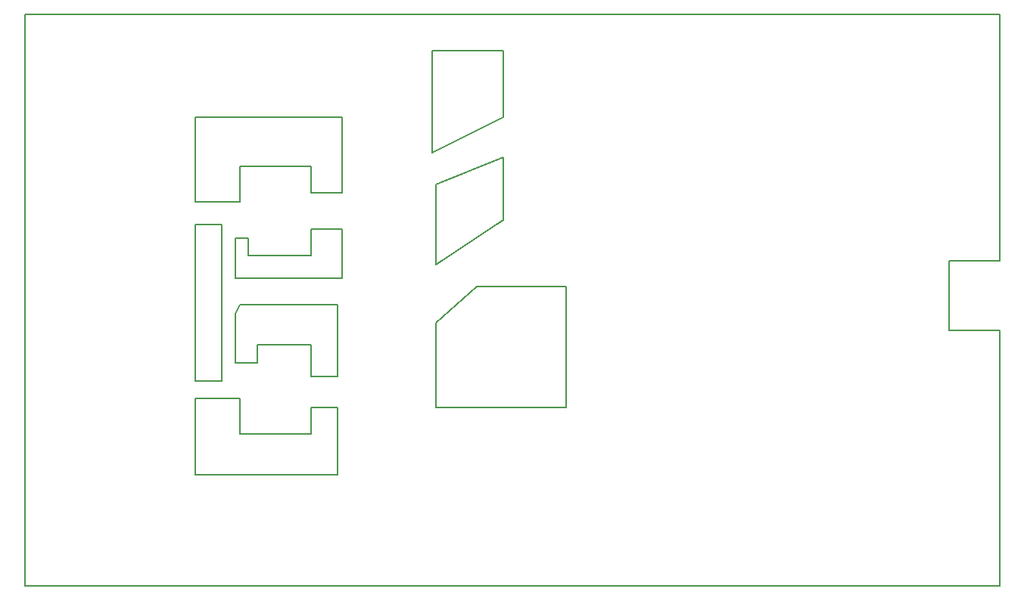
<source format=gbr>
G04 (created by PCBNEW (2013-07-07 BZR 4022)-stable) date 06/12/2014 00:31:43*
%MOIN*%
G04 Gerber Fmt 3.4, Leading zero omitted, Abs format*
%FSLAX34Y34*%
G01*
G70*
G90*
G04 APERTURE LIST*
%ADD10C,0.00590551*%
G04 APERTURE END LIST*
G54D10*
X61614Y-75787D02*
X61614Y-70472D01*
X55905Y-75787D02*
X61614Y-75787D01*
X55905Y-72047D02*
X55905Y-75787D01*
X57677Y-70472D02*
X55905Y-72047D01*
X61614Y-70472D02*
X57677Y-70472D01*
X55905Y-69488D02*
X55905Y-65944D01*
X58858Y-67519D02*
X55905Y-69488D01*
X58858Y-64763D02*
X58858Y-67519D01*
X55905Y-65944D02*
X58858Y-64763D01*
X58858Y-60039D02*
X58858Y-61811D01*
X55708Y-60039D02*
X58858Y-60039D01*
X55708Y-64566D02*
X55708Y-60039D01*
X58858Y-62992D02*
X55708Y-64566D01*
X58858Y-61811D02*
X58858Y-62992D01*
X50393Y-76968D02*
X50393Y-75787D01*
X47244Y-76968D02*
X50393Y-76968D01*
X47244Y-75393D02*
X47244Y-76968D01*
X45275Y-75393D02*
X47244Y-75393D01*
X45275Y-78740D02*
X45275Y-75393D01*
X51574Y-78740D02*
X45275Y-78740D01*
X51574Y-75787D02*
X51574Y-78740D01*
X50393Y-75787D02*
X51574Y-75787D01*
X50393Y-73031D02*
X50393Y-74409D01*
X48031Y-73031D02*
X50393Y-73031D01*
X48031Y-73818D02*
X48031Y-73031D01*
X47047Y-73818D02*
X48031Y-73818D01*
X47047Y-71653D02*
X47047Y-73818D01*
X47244Y-71259D02*
X47047Y-71653D01*
X51574Y-71259D02*
X47244Y-71259D01*
X51574Y-74409D02*
X51574Y-71259D01*
X50393Y-74409D02*
X51574Y-74409D01*
X45275Y-74606D02*
X45275Y-67716D01*
X46456Y-74606D02*
X45275Y-74606D01*
X46456Y-67716D02*
X46456Y-74606D01*
X45275Y-67716D02*
X46456Y-67716D01*
X50393Y-69094D02*
X50393Y-67913D01*
X47637Y-69094D02*
X50393Y-69094D01*
X47637Y-68307D02*
X47637Y-69094D01*
X47047Y-68307D02*
X47637Y-68307D01*
X47047Y-70078D02*
X47047Y-68307D01*
X51771Y-70078D02*
X47047Y-70078D01*
X51771Y-67913D02*
X51771Y-70078D01*
X50393Y-67913D02*
X51771Y-67913D01*
X50393Y-66338D02*
X50393Y-66141D01*
X51771Y-66338D02*
X50393Y-66338D01*
X51771Y-66141D02*
X51771Y-66338D01*
X51771Y-62992D02*
X51771Y-66141D01*
X45275Y-62992D02*
X51771Y-62992D01*
X45275Y-66732D02*
X45275Y-62992D01*
X47244Y-66732D02*
X45275Y-66732D01*
X47244Y-65157D02*
X47244Y-66732D01*
X50393Y-65157D02*
X47244Y-65157D01*
X50393Y-66141D02*
X50393Y-65157D01*
X37795Y-58464D02*
X80708Y-58464D01*
X37795Y-83661D02*
X37795Y-58464D01*
X80708Y-83661D02*
X37795Y-83661D01*
X80708Y-72401D02*
X80708Y-83661D01*
X78503Y-72401D02*
X80708Y-72401D01*
X78503Y-69330D02*
X78503Y-72401D01*
X80708Y-69330D02*
X78503Y-69330D01*
X80708Y-58464D02*
X80708Y-69330D01*
M02*

</source>
